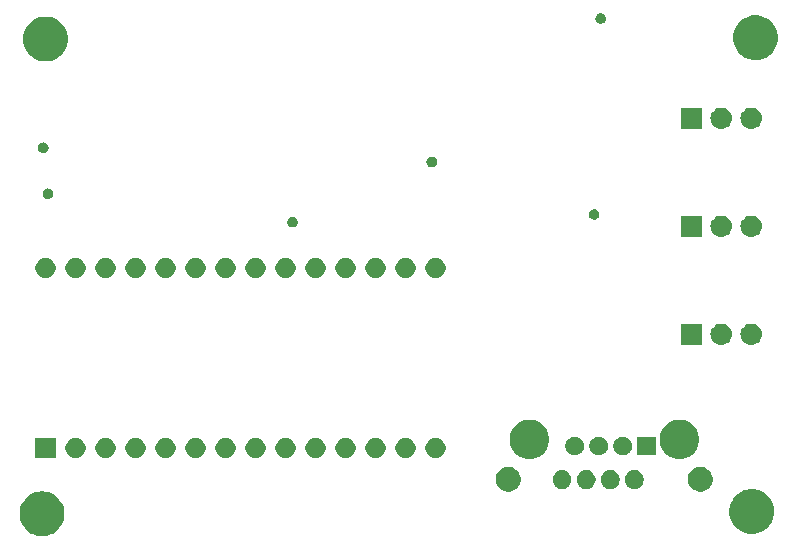
<source format=gbr>
G04 #@! TF.GenerationSoftware,KiCad,Pcbnew,(5.1.4-0-10_14)*
G04 #@! TF.CreationDate,2020-04-29T09:01:47-04:00*
G04 #@! TF.ProjectId,laser_flow,6c617365-725f-4666-9c6f-772e6b696361,rev?*
G04 #@! TF.SameCoordinates,Original*
G04 #@! TF.FileFunction,Soldermask,Bot*
G04 #@! TF.FilePolarity,Negative*
%FSLAX46Y46*%
G04 Gerber Fmt 4.6, Leading zero omitted, Abs format (unit mm)*
G04 Created by KiCad (PCBNEW (5.1.4-0-10_14)) date 2020-04-29 09:01:47*
%MOMM*%
%LPD*%
G04 APERTURE LIST*
%ADD10C,0.100000*%
G04 APERTURE END LIST*
D10*
G36*
X95269455Y-116515355D02*
G01*
X95554501Y-116572054D01*
X95900461Y-116715356D01*
X96211817Y-116923397D01*
X96476603Y-117188183D01*
X96684644Y-117499539D01*
X96827946Y-117845499D01*
X96861218Y-118012768D01*
X96901000Y-118212767D01*
X96901000Y-118587233D01*
X96867728Y-118754501D01*
X96827946Y-118954501D01*
X96684644Y-119300461D01*
X96476603Y-119611817D01*
X96211817Y-119876603D01*
X95900461Y-120084644D01*
X95900460Y-120084645D01*
X95900459Y-120084645D01*
X95799132Y-120126616D01*
X95554501Y-120227946D01*
X95370866Y-120264473D01*
X95187233Y-120301000D01*
X94812767Y-120301000D01*
X94629134Y-120264473D01*
X94445499Y-120227946D01*
X94200868Y-120126616D01*
X94099541Y-120084645D01*
X94099540Y-120084645D01*
X94099539Y-120084644D01*
X93788183Y-119876603D01*
X93523397Y-119611817D01*
X93315356Y-119300461D01*
X93172054Y-118954501D01*
X93132272Y-118754501D01*
X93099000Y-118587233D01*
X93099000Y-118212767D01*
X93138782Y-118012768D01*
X93172054Y-117845499D01*
X93315356Y-117499539D01*
X93523397Y-117188183D01*
X93788183Y-116923397D01*
X94099539Y-116715356D01*
X94445499Y-116572054D01*
X94730545Y-116515355D01*
X94812767Y-116499000D01*
X95187233Y-116499000D01*
X95269455Y-116515355D01*
X95269455Y-116515355D01*
G37*
G36*
X155654501Y-116372054D02*
G01*
X155738831Y-116406985D01*
X155960975Y-116499000D01*
X156000461Y-116515356D01*
X156311817Y-116723397D01*
X156576603Y-116988183D01*
X156710238Y-117188183D01*
X156784645Y-117299541D01*
X156927946Y-117645500D01*
X156967729Y-117845500D01*
X157001000Y-118012768D01*
X157001000Y-118387232D01*
X156927946Y-118754501D01*
X156784644Y-119100461D01*
X156576603Y-119411817D01*
X156311817Y-119676603D01*
X156000461Y-119884644D01*
X155654501Y-120027946D01*
X155287233Y-120101000D01*
X154912767Y-120101000D01*
X154545499Y-120027946D01*
X154199539Y-119884644D01*
X153888183Y-119676603D01*
X153623397Y-119411817D01*
X153415356Y-119100461D01*
X153272054Y-118754501D01*
X153199000Y-118387232D01*
X153199000Y-118012768D01*
X153232272Y-117845500D01*
X153272054Y-117645500D01*
X153415355Y-117299541D01*
X153489762Y-117188183D01*
X153623397Y-116988183D01*
X153888183Y-116723397D01*
X154199539Y-116515356D01*
X154239026Y-116499000D01*
X154461169Y-116406985D01*
X154545499Y-116372054D01*
X154912767Y-116299000D01*
X155287233Y-116299000D01*
X155654501Y-116372054D01*
X155654501Y-116372054D01*
G37*
G36*
X134787364Y-114464989D02*
G01*
X134978633Y-114544215D01*
X134978635Y-114544216D01*
X135150773Y-114659235D01*
X135297165Y-114805627D01*
X135412185Y-114977767D01*
X135491411Y-115169036D01*
X135531800Y-115372084D01*
X135531800Y-115579116D01*
X135491411Y-115782164D01*
X135451957Y-115877414D01*
X135412184Y-115973435D01*
X135297165Y-116145573D01*
X135150773Y-116291965D01*
X134978635Y-116406984D01*
X134978634Y-116406985D01*
X134978633Y-116406985D01*
X134787364Y-116486211D01*
X134584316Y-116526600D01*
X134377284Y-116526600D01*
X134174236Y-116486211D01*
X133982967Y-116406985D01*
X133982966Y-116406985D01*
X133982965Y-116406984D01*
X133810827Y-116291965D01*
X133664435Y-116145573D01*
X133549416Y-115973435D01*
X133509643Y-115877414D01*
X133470189Y-115782164D01*
X133429800Y-115579116D01*
X133429800Y-115372084D01*
X133470189Y-115169036D01*
X133549415Y-114977767D01*
X133664435Y-114805627D01*
X133810827Y-114659235D01*
X133982965Y-114544216D01*
X133982967Y-114544215D01*
X134174236Y-114464989D01*
X134377284Y-114424600D01*
X134584316Y-114424600D01*
X134787364Y-114464989D01*
X134787364Y-114464989D01*
G37*
G36*
X151047364Y-114464989D02*
G01*
X151238633Y-114544215D01*
X151238635Y-114544216D01*
X151410773Y-114659235D01*
X151557165Y-114805627D01*
X151672185Y-114977767D01*
X151751411Y-115169036D01*
X151791800Y-115372084D01*
X151791800Y-115579116D01*
X151751411Y-115782164D01*
X151711957Y-115877414D01*
X151672184Y-115973435D01*
X151557165Y-116145573D01*
X151410773Y-116291965D01*
X151238635Y-116406984D01*
X151238634Y-116406985D01*
X151238633Y-116406985D01*
X151047364Y-116486211D01*
X150844316Y-116526600D01*
X150637284Y-116526600D01*
X150434236Y-116486211D01*
X150242967Y-116406985D01*
X150242966Y-116406985D01*
X150242965Y-116406984D01*
X150070827Y-116291965D01*
X149924435Y-116145573D01*
X149809416Y-115973435D01*
X149769643Y-115877414D01*
X149730189Y-115782164D01*
X149689800Y-115579116D01*
X149689800Y-115372084D01*
X149730189Y-115169036D01*
X149809415Y-114977767D01*
X149924435Y-114805627D01*
X150070827Y-114659235D01*
X150242965Y-114544216D01*
X150242967Y-114544215D01*
X150434236Y-114464989D01*
X150637284Y-114424600D01*
X150844316Y-114424600D01*
X151047364Y-114464989D01*
X151047364Y-114464989D01*
G37*
G36*
X143336442Y-114727781D02*
G01*
X143482214Y-114788162D01*
X143482216Y-114788163D01*
X143613408Y-114875822D01*
X143724978Y-114987392D01*
X143812637Y-115118584D01*
X143812638Y-115118586D01*
X143873019Y-115264358D01*
X143903800Y-115419107D01*
X143903800Y-115576893D01*
X143873019Y-115731642D01*
X143812638Y-115877414D01*
X143812637Y-115877416D01*
X143724978Y-116008608D01*
X143613408Y-116120178D01*
X143482216Y-116207837D01*
X143482215Y-116207838D01*
X143482214Y-116207838D01*
X143336442Y-116268219D01*
X143181693Y-116299000D01*
X143023907Y-116299000D01*
X142869158Y-116268219D01*
X142723386Y-116207838D01*
X142723385Y-116207838D01*
X142723384Y-116207837D01*
X142592192Y-116120178D01*
X142480622Y-116008608D01*
X142392963Y-115877416D01*
X142392962Y-115877414D01*
X142332581Y-115731642D01*
X142301800Y-115576893D01*
X142301800Y-115419107D01*
X142332581Y-115264358D01*
X142392962Y-115118586D01*
X142392963Y-115118584D01*
X142480622Y-114987392D01*
X142592192Y-114875822D01*
X142723384Y-114788163D01*
X142723386Y-114788162D01*
X142869158Y-114727781D01*
X143023907Y-114697000D01*
X143181693Y-114697000D01*
X143336442Y-114727781D01*
X143336442Y-114727781D01*
G37*
G36*
X141296442Y-114727781D02*
G01*
X141442214Y-114788162D01*
X141442216Y-114788163D01*
X141573408Y-114875822D01*
X141684978Y-114987392D01*
X141772637Y-115118584D01*
X141772638Y-115118586D01*
X141833019Y-115264358D01*
X141863800Y-115419107D01*
X141863800Y-115576893D01*
X141833019Y-115731642D01*
X141772638Y-115877414D01*
X141772637Y-115877416D01*
X141684978Y-116008608D01*
X141573408Y-116120178D01*
X141442216Y-116207837D01*
X141442215Y-116207838D01*
X141442214Y-116207838D01*
X141296442Y-116268219D01*
X141141693Y-116299000D01*
X140983907Y-116299000D01*
X140829158Y-116268219D01*
X140683386Y-116207838D01*
X140683385Y-116207838D01*
X140683384Y-116207837D01*
X140552192Y-116120178D01*
X140440622Y-116008608D01*
X140352963Y-115877416D01*
X140352962Y-115877414D01*
X140292581Y-115731642D01*
X140261800Y-115576893D01*
X140261800Y-115419107D01*
X140292581Y-115264358D01*
X140352962Y-115118586D01*
X140352963Y-115118584D01*
X140440622Y-114987392D01*
X140552192Y-114875822D01*
X140683384Y-114788163D01*
X140683386Y-114788162D01*
X140829158Y-114727781D01*
X140983907Y-114697000D01*
X141141693Y-114697000D01*
X141296442Y-114727781D01*
X141296442Y-114727781D01*
G37*
G36*
X139256442Y-114727781D02*
G01*
X139402214Y-114788162D01*
X139402216Y-114788163D01*
X139533408Y-114875822D01*
X139644978Y-114987392D01*
X139732637Y-115118584D01*
X139732638Y-115118586D01*
X139793019Y-115264358D01*
X139823800Y-115419107D01*
X139823800Y-115576893D01*
X139793019Y-115731642D01*
X139732638Y-115877414D01*
X139732637Y-115877416D01*
X139644978Y-116008608D01*
X139533408Y-116120178D01*
X139402216Y-116207837D01*
X139402215Y-116207838D01*
X139402214Y-116207838D01*
X139256442Y-116268219D01*
X139101693Y-116299000D01*
X138943907Y-116299000D01*
X138789158Y-116268219D01*
X138643386Y-116207838D01*
X138643385Y-116207838D01*
X138643384Y-116207837D01*
X138512192Y-116120178D01*
X138400622Y-116008608D01*
X138312963Y-115877416D01*
X138312962Y-115877414D01*
X138252581Y-115731642D01*
X138221800Y-115576893D01*
X138221800Y-115419107D01*
X138252581Y-115264358D01*
X138312962Y-115118586D01*
X138312963Y-115118584D01*
X138400622Y-114987392D01*
X138512192Y-114875822D01*
X138643384Y-114788163D01*
X138643386Y-114788162D01*
X138789158Y-114727781D01*
X138943907Y-114697000D01*
X139101693Y-114697000D01*
X139256442Y-114727781D01*
X139256442Y-114727781D01*
G37*
G36*
X145376442Y-114727781D02*
G01*
X145522214Y-114788162D01*
X145522216Y-114788163D01*
X145653408Y-114875822D01*
X145764978Y-114987392D01*
X145852637Y-115118584D01*
X145852638Y-115118586D01*
X145913019Y-115264358D01*
X145943800Y-115419107D01*
X145943800Y-115576893D01*
X145913019Y-115731642D01*
X145852638Y-115877414D01*
X145852637Y-115877416D01*
X145764978Y-116008608D01*
X145653408Y-116120178D01*
X145522216Y-116207837D01*
X145522215Y-116207838D01*
X145522214Y-116207838D01*
X145376442Y-116268219D01*
X145221693Y-116299000D01*
X145063907Y-116299000D01*
X144909158Y-116268219D01*
X144763386Y-116207838D01*
X144763385Y-116207838D01*
X144763384Y-116207837D01*
X144632192Y-116120178D01*
X144520622Y-116008608D01*
X144432963Y-115877416D01*
X144432962Y-115877414D01*
X144372581Y-115731642D01*
X144341800Y-115576893D01*
X144341800Y-115419107D01*
X144372581Y-115264358D01*
X144432962Y-115118586D01*
X144432963Y-115118584D01*
X144520622Y-114987392D01*
X144632192Y-114875822D01*
X144763384Y-114788163D01*
X144763386Y-114788162D01*
X144909158Y-114727781D01*
X145063907Y-114697000D01*
X145221693Y-114697000D01*
X145376442Y-114727781D01*
X145376442Y-114727781D01*
G37*
G36*
X149287771Y-110452604D02*
G01*
X149449671Y-110484808D01*
X149754683Y-110611148D01*
X150029187Y-110794566D01*
X150262634Y-111028013D01*
X150446052Y-111302517D01*
X150572392Y-111607529D01*
X150636800Y-111931328D01*
X150636800Y-112261472D01*
X150572392Y-112585271D01*
X150446052Y-112890283D01*
X150262634Y-113164787D01*
X150029187Y-113398234D01*
X149754683Y-113581652D01*
X149449671Y-113707992D01*
X149287771Y-113740196D01*
X149125873Y-113772400D01*
X148795727Y-113772400D01*
X148633829Y-113740196D01*
X148471929Y-113707992D01*
X148166917Y-113581652D01*
X147892413Y-113398234D01*
X147658966Y-113164787D01*
X147475548Y-112890283D01*
X147349208Y-112585271D01*
X147284800Y-112261472D01*
X147284800Y-111931328D01*
X147349208Y-111607529D01*
X147475548Y-111302517D01*
X147658966Y-111028013D01*
X147892413Y-110794566D01*
X148166917Y-110611148D01*
X148471929Y-110484808D01*
X148633829Y-110452604D01*
X148795727Y-110420400D01*
X149125873Y-110420400D01*
X149287771Y-110452604D01*
X149287771Y-110452604D01*
G37*
G36*
X136587771Y-110452604D02*
G01*
X136749671Y-110484808D01*
X137054683Y-110611148D01*
X137329187Y-110794566D01*
X137562634Y-111028013D01*
X137746052Y-111302517D01*
X137872392Y-111607529D01*
X137936800Y-111931328D01*
X137936800Y-112261472D01*
X137872392Y-112585271D01*
X137746052Y-112890283D01*
X137562634Y-113164787D01*
X137329187Y-113398234D01*
X137054683Y-113581652D01*
X136749671Y-113707992D01*
X136587771Y-113740196D01*
X136425873Y-113772400D01*
X136095727Y-113772400D01*
X135933829Y-113740196D01*
X135771929Y-113707992D01*
X135466917Y-113581652D01*
X135192413Y-113398234D01*
X134958966Y-113164787D01*
X134775548Y-112890283D01*
X134649208Y-112585271D01*
X134584800Y-112261472D01*
X134584800Y-111931328D01*
X134649208Y-111607529D01*
X134775548Y-111302517D01*
X134958966Y-111028013D01*
X135192413Y-110794566D01*
X135466917Y-110611148D01*
X135771929Y-110484808D01*
X135933829Y-110452604D01*
X136095727Y-110420400D01*
X136425873Y-110420400D01*
X136587771Y-110452604D01*
X136587771Y-110452604D01*
G37*
G36*
X103158228Y-112001703D02*
G01*
X103313100Y-112065853D01*
X103452481Y-112158985D01*
X103571015Y-112277519D01*
X103664147Y-112416900D01*
X103728297Y-112571772D01*
X103761000Y-112736184D01*
X103761000Y-112903816D01*
X103728297Y-113068228D01*
X103664147Y-113223100D01*
X103571015Y-113362481D01*
X103452481Y-113481015D01*
X103313100Y-113574147D01*
X103158228Y-113638297D01*
X102993816Y-113671000D01*
X102826184Y-113671000D01*
X102661772Y-113638297D01*
X102506900Y-113574147D01*
X102367519Y-113481015D01*
X102248985Y-113362481D01*
X102155853Y-113223100D01*
X102091703Y-113068228D01*
X102059000Y-112903816D01*
X102059000Y-112736184D01*
X102091703Y-112571772D01*
X102155853Y-112416900D01*
X102248985Y-112277519D01*
X102367519Y-112158985D01*
X102506900Y-112065853D01*
X102661772Y-112001703D01*
X102826184Y-111969000D01*
X102993816Y-111969000D01*
X103158228Y-112001703D01*
X103158228Y-112001703D01*
G37*
G36*
X100618228Y-112001703D02*
G01*
X100773100Y-112065853D01*
X100912481Y-112158985D01*
X101031015Y-112277519D01*
X101124147Y-112416900D01*
X101188297Y-112571772D01*
X101221000Y-112736184D01*
X101221000Y-112903816D01*
X101188297Y-113068228D01*
X101124147Y-113223100D01*
X101031015Y-113362481D01*
X100912481Y-113481015D01*
X100773100Y-113574147D01*
X100618228Y-113638297D01*
X100453816Y-113671000D01*
X100286184Y-113671000D01*
X100121772Y-113638297D01*
X99966900Y-113574147D01*
X99827519Y-113481015D01*
X99708985Y-113362481D01*
X99615853Y-113223100D01*
X99551703Y-113068228D01*
X99519000Y-112903816D01*
X99519000Y-112736184D01*
X99551703Y-112571772D01*
X99615853Y-112416900D01*
X99708985Y-112277519D01*
X99827519Y-112158985D01*
X99966900Y-112065853D01*
X100121772Y-112001703D01*
X100286184Y-111969000D01*
X100453816Y-111969000D01*
X100618228Y-112001703D01*
X100618228Y-112001703D01*
G37*
G36*
X98078228Y-112001703D02*
G01*
X98233100Y-112065853D01*
X98372481Y-112158985D01*
X98491015Y-112277519D01*
X98584147Y-112416900D01*
X98648297Y-112571772D01*
X98681000Y-112736184D01*
X98681000Y-112903816D01*
X98648297Y-113068228D01*
X98584147Y-113223100D01*
X98491015Y-113362481D01*
X98372481Y-113481015D01*
X98233100Y-113574147D01*
X98078228Y-113638297D01*
X97913816Y-113671000D01*
X97746184Y-113671000D01*
X97581772Y-113638297D01*
X97426900Y-113574147D01*
X97287519Y-113481015D01*
X97168985Y-113362481D01*
X97075853Y-113223100D01*
X97011703Y-113068228D01*
X96979000Y-112903816D01*
X96979000Y-112736184D01*
X97011703Y-112571772D01*
X97075853Y-112416900D01*
X97168985Y-112277519D01*
X97287519Y-112158985D01*
X97426900Y-112065853D01*
X97581772Y-112001703D01*
X97746184Y-111969000D01*
X97913816Y-111969000D01*
X98078228Y-112001703D01*
X98078228Y-112001703D01*
G37*
G36*
X96141000Y-113671000D02*
G01*
X94439000Y-113671000D01*
X94439000Y-111969000D01*
X96141000Y-111969000D01*
X96141000Y-113671000D01*
X96141000Y-113671000D01*
G37*
G36*
X105698228Y-112001703D02*
G01*
X105853100Y-112065853D01*
X105992481Y-112158985D01*
X106111015Y-112277519D01*
X106204147Y-112416900D01*
X106268297Y-112571772D01*
X106301000Y-112736184D01*
X106301000Y-112903816D01*
X106268297Y-113068228D01*
X106204147Y-113223100D01*
X106111015Y-113362481D01*
X105992481Y-113481015D01*
X105853100Y-113574147D01*
X105698228Y-113638297D01*
X105533816Y-113671000D01*
X105366184Y-113671000D01*
X105201772Y-113638297D01*
X105046900Y-113574147D01*
X104907519Y-113481015D01*
X104788985Y-113362481D01*
X104695853Y-113223100D01*
X104631703Y-113068228D01*
X104599000Y-112903816D01*
X104599000Y-112736184D01*
X104631703Y-112571772D01*
X104695853Y-112416900D01*
X104788985Y-112277519D01*
X104907519Y-112158985D01*
X105046900Y-112065853D01*
X105201772Y-112001703D01*
X105366184Y-111969000D01*
X105533816Y-111969000D01*
X105698228Y-112001703D01*
X105698228Y-112001703D01*
G37*
G36*
X108238228Y-112001703D02*
G01*
X108393100Y-112065853D01*
X108532481Y-112158985D01*
X108651015Y-112277519D01*
X108744147Y-112416900D01*
X108808297Y-112571772D01*
X108841000Y-112736184D01*
X108841000Y-112903816D01*
X108808297Y-113068228D01*
X108744147Y-113223100D01*
X108651015Y-113362481D01*
X108532481Y-113481015D01*
X108393100Y-113574147D01*
X108238228Y-113638297D01*
X108073816Y-113671000D01*
X107906184Y-113671000D01*
X107741772Y-113638297D01*
X107586900Y-113574147D01*
X107447519Y-113481015D01*
X107328985Y-113362481D01*
X107235853Y-113223100D01*
X107171703Y-113068228D01*
X107139000Y-112903816D01*
X107139000Y-112736184D01*
X107171703Y-112571772D01*
X107235853Y-112416900D01*
X107328985Y-112277519D01*
X107447519Y-112158985D01*
X107586900Y-112065853D01*
X107741772Y-112001703D01*
X107906184Y-111969000D01*
X108073816Y-111969000D01*
X108238228Y-112001703D01*
X108238228Y-112001703D01*
G37*
G36*
X110778228Y-112001703D02*
G01*
X110933100Y-112065853D01*
X111072481Y-112158985D01*
X111191015Y-112277519D01*
X111284147Y-112416900D01*
X111348297Y-112571772D01*
X111381000Y-112736184D01*
X111381000Y-112903816D01*
X111348297Y-113068228D01*
X111284147Y-113223100D01*
X111191015Y-113362481D01*
X111072481Y-113481015D01*
X110933100Y-113574147D01*
X110778228Y-113638297D01*
X110613816Y-113671000D01*
X110446184Y-113671000D01*
X110281772Y-113638297D01*
X110126900Y-113574147D01*
X109987519Y-113481015D01*
X109868985Y-113362481D01*
X109775853Y-113223100D01*
X109711703Y-113068228D01*
X109679000Y-112903816D01*
X109679000Y-112736184D01*
X109711703Y-112571772D01*
X109775853Y-112416900D01*
X109868985Y-112277519D01*
X109987519Y-112158985D01*
X110126900Y-112065853D01*
X110281772Y-112001703D01*
X110446184Y-111969000D01*
X110613816Y-111969000D01*
X110778228Y-112001703D01*
X110778228Y-112001703D01*
G37*
G36*
X113318228Y-112001703D02*
G01*
X113473100Y-112065853D01*
X113612481Y-112158985D01*
X113731015Y-112277519D01*
X113824147Y-112416900D01*
X113888297Y-112571772D01*
X113921000Y-112736184D01*
X113921000Y-112903816D01*
X113888297Y-113068228D01*
X113824147Y-113223100D01*
X113731015Y-113362481D01*
X113612481Y-113481015D01*
X113473100Y-113574147D01*
X113318228Y-113638297D01*
X113153816Y-113671000D01*
X112986184Y-113671000D01*
X112821772Y-113638297D01*
X112666900Y-113574147D01*
X112527519Y-113481015D01*
X112408985Y-113362481D01*
X112315853Y-113223100D01*
X112251703Y-113068228D01*
X112219000Y-112903816D01*
X112219000Y-112736184D01*
X112251703Y-112571772D01*
X112315853Y-112416900D01*
X112408985Y-112277519D01*
X112527519Y-112158985D01*
X112666900Y-112065853D01*
X112821772Y-112001703D01*
X112986184Y-111969000D01*
X113153816Y-111969000D01*
X113318228Y-112001703D01*
X113318228Y-112001703D01*
G37*
G36*
X115858228Y-112001703D02*
G01*
X116013100Y-112065853D01*
X116152481Y-112158985D01*
X116271015Y-112277519D01*
X116364147Y-112416900D01*
X116428297Y-112571772D01*
X116461000Y-112736184D01*
X116461000Y-112903816D01*
X116428297Y-113068228D01*
X116364147Y-113223100D01*
X116271015Y-113362481D01*
X116152481Y-113481015D01*
X116013100Y-113574147D01*
X115858228Y-113638297D01*
X115693816Y-113671000D01*
X115526184Y-113671000D01*
X115361772Y-113638297D01*
X115206900Y-113574147D01*
X115067519Y-113481015D01*
X114948985Y-113362481D01*
X114855853Y-113223100D01*
X114791703Y-113068228D01*
X114759000Y-112903816D01*
X114759000Y-112736184D01*
X114791703Y-112571772D01*
X114855853Y-112416900D01*
X114948985Y-112277519D01*
X115067519Y-112158985D01*
X115206900Y-112065853D01*
X115361772Y-112001703D01*
X115526184Y-111969000D01*
X115693816Y-111969000D01*
X115858228Y-112001703D01*
X115858228Y-112001703D01*
G37*
G36*
X118398228Y-112001703D02*
G01*
X118553100Y-112065853D01*
X118692481Y-112158985D01*
X118811015Y-112277519D01*
X118904147Y-112416900D01*
X118968297Y-112571772D01*
X119001000Y-112736184D01*
X119001000Y-112903816D01*
X118968297Y-113068228D01*
X118904147Y-113223100D01*
X118811015Y-113362481D01*
X118692481Y-113481015D01*
X118553100Y-113574147D01*
X118398228Y-113638297D01*
X118233816Y-113671000D01*
X118066184Y-113671000D01*
X117901772Y-113638297D01*
X117746900Y-113574147D01*
X117607519Y-113481015D01*
X117488985Y-113362481D01*
X117395853Y-113223100D01*
X117331703Y-113068228D01*
X117299000Y-112903816D01*
X117299000Y-112736184D01*
X117331703Y-112571772D01*
X117395853Y-112416900D01*
X117488985Y-112277519D01*
X117607519Y-112158985D01*
X117746900Y-112065853D01*
X117901772Y-112001703D01*
X118066184Y-111969000D01*
X118233816Y-111969000D01*
X118398228Y-112001703D01*
X118398228Y-112001703D01*
G37*
G36*
X120938228Y-112001703D02*
G01*
X121093100Y-112065853D01*
X121232481Y-112158985D01*
X121351015Y-112277519D01*
X121444147Y-112416900D01*
X121508297Y-112571772D01*
X121541000Y-112736184D01*
X121541000Y-112903816D01*
X121508297Y-113068228D01*
X121444147Y-113223100D01*
X121351015Y-113362481D01*
X121232481Y-113481015D01*
X121093100Y-113574147D01*
X120938228Y-113638297D01*
X120773816Y-113671000D01*
X120606184Y-113671000D01*
X120441772Y-113638297D01*
X120286900Y-113574147D01*
X120147519Y-113481015D01*
X120028985Y-113362481D01*
X119935853Y-113223100D01*
X119871703Y-113068228D01*
X119839000Y-112903816D01*
X119839000Y-112736184D01*
X119871703Y-112571772D01*
X119935853Y-112416900D01*
X120028985Y-112277519D01*
X120147519Y-112158985D01*
X120286900Y-112065853D01*
X120441772Y-112001703D01*
X120606184Y-111969000D01*
X120773816Y-111969000D01*
X120938228Y-112001703D01*
X120938228Y-112001703D01*
G37*
G36*
X123478228Y-112001703D02*
G01*
X123633100Y-112065853D01*
X123772481Y-112158985D01*
X123891015Y-112277519D01*
X123984147Y-112416900D01*
X124048297Y-112571772D01*
X124081000Y-112736184D01*
X124081000Y-112903816D01*
X124048297Y-113068228D01*
X123984147Y-113223100D01*
X123891015Y-113362481D01*
X123772481Y-113481015D01*
X123633100Y-113574147D01*
X123478228Y-113638297D01*
X123313816Y-113671000D01*
X123146184Y-113671000D01*
X122981772Y-113638297D01*
X122826900Y-113574147D01*
X122687519Y-113481015D01*
X122568985Y-113362481D01*
X122475853Y-113223100D01*
X122411703Y-113068228D01*
X122379000Y-112903816D01*
X122379000Y-112736184D01*
X122411703Y-112571772D01*
X122475853Y-112416900D01*
X122568985Y-112277519D01*
X122687519Y-112158985D01*
X122826900Y-112065853D01*
X122981772Y-112001703D01*
X123146184Y-111969000D01*
X123313816Y-111969000D01*
X123478228Y-112001703D01*
X123478228Y-112001703D01*
G37*
G36*
X126018228Y-112001703D02*
G01*
X126173100Y-112065853D01*
X126312481Y-112158985D01*
X126431015Y-112277519D01*
X126524147Y-112416900D01*
X126588297Y-112571772D01*
X126621000Y-112736184D01*
X126621000Y-112903816D01*
X126588297Y-113068228D01*
X126524147Y-113223100D01*
X126431015Y-113362481D01*
X126312481Y-113481015D01*
X126173100Y-113574147D01*
X126018228Y-113638297D01*
X125853816Y-113671000D01*
X125686184Y-113671000D01*
X125521772Y-113638297D01*
X125366900Y-113574147D01*
X125227519Y-113481015D01*
X125108985Y-113362481D01*
X125015853Y-113223100D01*
X124951703Y-113068228D01*
X124919000Y-112903816D01*
X124919000Y-112736184D01*
X124951703Y-112571772D01*
X125015853Y-112416900D01*
X125108985Y-112277519D01*
X125227519Y-112158985D01*
X125366900Y-112065853D01*
X125521772Y-112001703D01*
X125686184Y-111969000D01*
X125853816Y-111969000D01*
X126018228Y-112001703D01*
X126018228Y-112001703D01*
G37*
G36*
X128558228Y-112001703D02*
G01*
X128713100Y-112065853D01*
X128852481Y-112158985D01*
X128971015Y-112277519D01*
X129064147Y-112416900D01*
X129128297Y-112571772D01*
X129161000Y-112736184D01*
X129161000Y-112903816D01*
X129128297Y-113068228D01*
X129064147Y-113223100D01*
X128971015Y-113362481D01*
X128852481Y-113481015D01*
X128713100Y-113574147D01*
X128558228Y-113638297D01*
X128393816Y-113671000D01*
X128226184Y-113671000D01*
X128061772Y-113638297D01*
X127906900Y-113574147D01*
X127767519Y-113481015D01*
X127648985Y-113362481D01*
X127555853Y-113223100D01*
X127491703Y-113068228D01*
X127459000Y-112903816D01*
X127459000Y-112736184D01*
X127491703Y-112571772D01*
X127555853Y-112416900D01*
X127648985Y-112277519D01*
X127767519Y-112158985D01*
X127906900Y-112065853D01*
X128061772Y-112001703D01*
X128226184Y-111969000D01*
X128393816Y-111969000D01*
X128558228Y-112001703D01*
X128558228Y-112001703D01*
G37*
G36*
X140327242Y-111884981D02*
G01*
X140473014Y-111945362D01*
X140473016Y-111945363D01*
X140604208Y-112033022D01*
X140715778Y-112144592D01*
X140803437Y-112275784D01*
X140803438Y-112275786D01*
X140863819Y-112421558D01*
X140894600Y-112576307D01*
X140894600Y-112734093D01*
X140863819Y-112888842D01*
X140803438Y-113034614D01*
X140803437Y-113034616D01*
X140715778Y-113165808D01*
X140604208Y-113277378D01*
X140473016Y-113365037D01*
X140473015Y-113365038D01*
X140473014Y-113365038D01*
X140327242Y-113425419D01*
X140172493Y-113456200D01*
X140014707Y-113456200D01*
X139859958Y-113425419D01*
X139714186Y-113365038D01*
X139714185Y-113365038D01*
X139714184Y-113365037D01*
X139582992Y-113277378D01*
X139471422Y-113165808D01*
X139383763Y-113034616D01*
X139383762Y-113034614D01*
X139323381Y-112888842D01*
X139292600Y-112734093D01*
X139292600Y-112576307D01*
X139323381Y-112421558D01*
X139383762Y-112275786D01*
X139383763Y-112275784D01*
X139471422Y-112144592D01*
X139582992Y-112033022D01*
X139714184Y-111945363D01*
X139714186Y-111945362D01*
X139859958Y-111884981D01*
X140014707Y-111854200D01*
X140172493Y-111854200D01*
X140327242Y-111884981D01*
X140327242Y-111884981D01*
G37*
G36*
X147014600Y-113456200D02*
G01*
X145412600Y-113456200D01*
X145412600Y-111854200D01*
X147014600Y-111854200D01*
X147014600Y-113456200D01*
X147014600Y-113456200D01*
G37*
G36*
X144407242Y-111884981D02*
G01*
X144553014Y-111945362D01*
X144553016Y-111945363D01*
X144684208Y-112033022D01*
X144795778Y-112144592D01*
X144883437Y-112275784D01*
X144883438Y-112275786D01*
X144943819Y-112421558D01*
X144974600Y-112576307D01*
X144974600Y-112734093D01*
X144943819Y-112888842D01*
X144883438Y-113034614D01*
X144883437Y-113034616D01*
X144795778Y-113165808D01*
X144684208Y-113277378D01*
X144553016Y-113365037D01*
X144553015Y-113365038D01*
X144553014Y-113365038D01*
X144407242Y-113425419D01*
X144252493Y-113456200D01*
X144094707Y-113456200D01*
X143939958Y-113425419D01*
X143794186Y-113365038D01*
X143794185Y-113365038D01*
X143794184Y-113365037D01*
X143662992Y-113277378D01*
X143551422Y-113165808D01*
X143463763Y-113034616D01*
X143463762Y-113034614D01*
X143403381Y-112888842D01*
X143372600Y-112734093D01*
X143372600Y-112576307D01*
X143403381Y-112421558D01*
X143463762Y-112275786D01*
X143463763Y-112275784D01*
X143551422Y-112144592D01*
X143662992Y-112033022D01*
X143794184Y-111945363D01*
X143794186Y-111945362D01*
X143939958Y-111884981D01*
X144094707Y-111854200D01*
X144252493Y-111854200D01*
X144407242Y-111884981D01*
X144407242Y-111884981D01*
G37*
G36*
X142367242Y-111884981D02*
G01*
X142513014Y-111945362D01*
X142513016Y-111945363D01*
X142644208Y-112033022D01*
X142755778Y-112144592D01*
X142843437Y-112275784D01*
X142843438Y-112275786D01*
X142903819Y-112421558D01*
X142934600Y-112576307D01*
X142934600Y-112734093D01*
X142903819Y-112888842D01*
X142843438Y-113034614D01*
X142843437Y-113034616D01*
X142755778Y-113165808D01*
X142644208Y-113277378D01*
X142513016Y-113365037D01*
X142513015Y-113365038D01*
X142513014Y-113365038D01*
X142367242Y-113425419D01*
X142212493Y-113456200D01*
X142054707Y-113456200D01*
X141899958Y-113425419D01*
X141754186Y-113365038D01*
X141754185Y-113365038D01*
X141754184Y-113365037D01*
X141622992Y-113277378D01*
X141511422Y-113165808D01*
X141423763Y-113034616D01*
X141423762Y-113034614D01*
X141363381Y-112888842D01*
X141332600Y-112734093D01*
X141332600Y-112576307D01*
X141363381Y-112421558D01*
X141423762Y-112275786D01*
X141423763Y-112275784D01*
X141511422Y-112144592D01*
X141622992Y-112033022D01*
X141754184Y-111945363D01*
X141754186Y-111945362D01*
X141899958Y-111884981D01*
X142054707Y-111854200D01*
X142212493Y-111854200D01*
X142367242Y-111884981D01*
X142367242Y-111884981D01*
G37*
G36*
X150861000Y-104101000D02*
G01*
X149059000Y-104101000D01*
X149059000Y-102299000D01*
X150861000Y-102299000D01*
X150861000Y-104101000D01*
X150861000Y-104101000D01*
G37*
G36*
X155150442Y-102305518D02*
G01*
X155216627Y-102312037D01*
X155386466Y-102363557D01*
X155542991Y-102447222D01*
X155578729Y-102476552D01*
X155680186Y-102559814D01*
X155763448Y-102661271D01*
X155792778Y-102697009D01*
X155876443Y-102853534D01*
X155927963Y-103023373D01*
X155945359Y-103200000D01*
X155927963Y-103376627D01*
X155876443Y-103546466D01*
X155792778Y-103702991D01*
X155763448Y-103738729D01*
X155680186Y-103840186D01*
X155578729Y-103923448D01*
X155542991Y-103952778D01*
X155386466Y-104036443D01*
X155216627Y-104087963D01*
X155150442Y-104094482D01*
X155084260Y-104101000D01*
X154995740Y-104101000D01*
X154929557Y-104094481D01*
X154863373Y-104087963D01*
X154693534Y-104036443D01*
X154537009Y-103952778D01*
X154501271Y-103923448D01*
X154399814Y-103840186D01*
X154316552Y-103738729D01*
X154287222Y-103702991D01*
X154203557Y-103546466D01*
X154152037Y-103376627D01*
X154134641Y-103200000D01*
X154152037Y-103023373D01*
X154203557Y-102853534D01*
X154287222Y-102697009D01*
X154316552Y-102661271D01*
X154399814Y-102559814D01*
X154501271Y-102476552D01*
X154537009Y-102447222D01*
X154693534Y-102363557D01*
X154863373Y-102312037D01*
X154929558Y-102305518D01*
X154995740Y-102299000D01*
X155084260Y-102299000D01*
X155150442Y-102305518D01*
X155150442Y-102305518D01*
G37*
G36*
X152610442Y-102305518D02*
G01*
X152676627Y-102312037D01*
X152846466Y-102363557D01*
X153002991Y-102447222D01*
X153038729Y-102476552D01*
X153140186Y-102559814D01*
X153223448Y-102661271D01*
X153252778Y-102697009D01*
X153336443Y-102853534D01*
X153387963Y-103023373D01*
X153405359Y-103200000D01*
X153387963Y-103376627D01*
X153336443Y-103546466D01*
X153252778Y-103702991D01*
X153223448Y-103738729D01*
X153140186Y-103840186D01*
X153038729Y-103923448D01*
X153002991Y-103952778D01*
X152846466Y-104036443D01*
X152676627Y-104087963D01*
X152610442Y-104094482D01*
X152544260Y-104101000D01*
X152455740Y-104101000D01*
X152389557Y-104094481D01*
X152323373Y-104087963D01*
X152153534Y-104036443D01*
X151997009Y-103952778D01*
X151961271Y-103923448D01*
X151859814Y-103840186D01*
X151776552Y-103738729D01*
X151747222Y-103702991D01*
X151663557Y-103546466D01*
X151612037Y-103376627D01*
X151594641Y-103200000D01*
X151612037Y-103023373D01*
X151663557Y-102853534D01*
X151747222Y-102697009D01*
X151776552Y-102661271D01*
X151859814Y-102559814D01*
X151961271Y-102476552D01*
X151997009Y-102447222D01*
X152153534Y-102363557D01*
X152323373Y-102312037D01*
X152389558Y-102305518D01*
X152455740Y-102299000D01*
X152544260Y-102299000D01*
X152610442Y-102305518D01*
X152610442Y-102305518D01*
G37*
G36*
X95538228Y-96761703D02*
G01*
X95693100Y-96825853D01*
X95832481Y-96918985D01*
X95951015Y-97037519D01*
X96044147Y-97176900D01*
X96108297Y-97331772D01*
X96141000Y-97496184D01*
X96141000Y-97663816D01*
X96108297Y-97828228D01*
X96044147Y-97983100D01*
X95951015Y-98122481D01*
X95832481Y-98241015D01*
X95693100Y-98334147D01*
X95538228Y-98398297D01*
X95373816Y-98431000D01*
X95206184Y-98431000D01*
X95041772Y-98398297D01*
X94886900Y-98334147D01*
X94747519Y-98241015D01*
X94628985Y-98122481D01*
X94535853Y-97983100D01*
X94471703Y-97828228D01*
X94439000Y-97663816D01*
X94439000Y-97496184D01*
X94471703Y-97331772D01*
X94535853Y-97176900D01*
X94628985Y-97037519D01*
X94747519Y-96918985D01*
X94886900Y-96825853D01*
X95041772Y-96761703D01*
X95206184Y-96729000D01*
X95373816Y-96729000D01*
X95538228Y-96761703D01*
X95538228Y-96761703D01*
G37*
G36*
X98078228Y-96761703D02*
G01*
X98233100Y-96825853D01*
X98372481Y-96918985D01*
X98491015Y-97037519D01*
X98584147Y-97176900D01*
X98648297Y-97331772D01*
X98681000Y-97496184D01*
X98681000Y-97663816D01*
X98648297Y-97828228D01*
X98584147Y-97983100D01*
X98491015Y-98122481D01*
X98372481Y-98241015D01*
X98233100Y-98334147D01*
X98078228Y-98398297D01*
X97913816Y-98431000D01*
X97746184Y-98431000D01*
X97581772Y-98398297D01*
X97426900Y-98334147D01*
X97287519Y-98241015D01*
X97168985Y-98122481D01*
X97075853Y-97983100D01*
X97011703Y-97828228D01*
X96979000Y-97663816D01*
X96979000Y-97496184D01*
X97011703Y-97331772D01*
X97075853Y-97176900D01*
X97168985Y-97037519D01*
X97287519Y-96918985D01*
X97426900Y-96825853D01*
X97581772Y-96761703D01*
X97746184Y-96729000D01*
X97913816Y-96729000D01*
X98078228Y-96761703D01*
X98078228Y-96761703D01*
G37*
G36*
X100618228Y-96761703D02*
G01*
X100773100Y-96825853D01*
X100912481Y-96918985D01*
X101031015Y-97037519D01*
X101124147Y-97176900D01*
X101188297Y-97331772D01*
X101221000Y-97496184D01*
X101221000Y-97663816D01*
X101188297Y-97828228D01*
X101124147Y-97983100D01*
X101031015Y-98122481D01*
X100912481Y-98241015D01*
X100773100Y-98334147D01*
X100618228Y-98398297D01*
X100453816Y-98431000D01*
X100286184Y-98431000D01*
X100121772Y-98398297D01*
X99966900Y-98334147D01*
X99827519Y-98241015D01*
X99708985Y-98122481D01*
X99615853Y-97983100D01*
X99551703Y-97828228D01*
X99519000Y-97663816D01*
X99519000Y-97496184D01*
X99551703Y-97331772D01*
X99615853Y-97176900D01*
X99708985Y-97037519D01*
X99827519Y-96918985D01*
X99966900Y-96825853D01*
X100121772Y-96761703D01*
X100286184Y-96729000D01*
X100453816Y-96729000D01*
X100618228Y-96761703D01*
X100618228Y-96761703D01*
G37*
G36*
X103158228Y-96761703D02*
G01*
X103313100Y-96825853D01*
X103452481Y-96918985D01*
X103571015Y-97037519D01*
X103664147Y-97176900D01*
X103728297Y-97331772D01*
X103761000Y-97496184D01*
X103761000Y-97663816D01*
X103728297Y-97828228D01*
X103664147Y-97983100D01*
X103571015Y-98122481D01*
X103452481Y-98241015D01*
X103313100Y-98334147D01*
X103158228Y-98398297D01*
X102993816Y-98431000D01*
X102826184Y-98431000D01*
X102661772Y-98398297D01*
X102506900Y-98334147D01*
X102367519Y-98241015D01*
X102248985Y-98122481D01*
X102155853Y-97983100D01*
X102091703Y-97828228D01*
X102059000Y-97663816D01*
X102059000Y-97496184D01*
X102091703Y-97331772D01*
X102155853Y-97176900D01*
X102248985Y-97037519D01*
X102367519Y-96918985D01*
X102506900Y-96825853D01*
X102661772Y-96761703D01*
X102826184Y-96729000D01*
X102993816Y-96729000D01*
X103158228Y-96761703D01*
X103158228Y-96761703D01*
G37*
G36*
X105698228Y-96761703D02*
G01*
X105853100Y-96825853D01*
X105992481Y-96918985D01*
X106111015Y-97037519D01*
X106204147Y-97176900D01*
X106268297Y-97331772D01*
X106301000Y-97496184D01*
X106301000Y-97663816D01*
X106268297Y-97828228D01*
X106204147Y-97983100D01*
X106111015Y-98122481D01*
X105992481Y-98241015D01*
X105853100Y-98334147D01*
X105698228Y-98398297D01*
X105533816Y-98431000D01*
X105366184Y-98431000D01*
X105201772Y-98398297D01*
X105046900Y-98334147D01*
X104907519Y-98241015D01*
X104788985Y-98122481D01*
X104695853Y-97983100D01*
X104631703Y-97828228D01*
X104599000Y-97663816D01*
X104599000Y-97496184D01*
X104631703Y-97331772D01*
X104695853Y-97176900D01*
X104788985Y-97037519D01*
X104907519Y-96918985D01*
X105046900Y-96825853D01*
X105201772Y-96761703D01*
X105366184Y-96729000D01*
X105533816Y-96729000D01*
X105698228Y-96761703D01*
X105698228Y-96761703D01*
G37*
G36*
X123478228Y-96761703D02*
G01*
X123633100Y-96825853D01*
X123772481Y-96918985D01*
X123891015Y-97037519D01*
X123984147Y-97176900D01*
X124048297Y-97331772D01*
X124081000Y-97496184D01*
X124081000Y-97663816D01*
X124048297Y-97828228D01*
X123984147Y-97983100D01*
X123891015Y-98122481D01*
X123772481Y-98241015D01*
X123633100Y-98334147D01*
X123478228Y-98398297D01*
X123313816Y-98431000D01*
X123146184Y-98431000D01*
X122981772Y-98398297D01*
X122826900Y-98334147D01*
X122687519Y-98241015D01*
X122568985Y-98122481D01*
X122475853Y-97983100D01*
X122411703Y-97828228D01*
X122379000Y-97663816D01*
X122379000Y-97496184D01*
X122411703Y-97331772D01*
X122475853Y-97176900D01*
X122568985Y-97037519D01*
X122687519Y-96918985D01*
X122826900Y-96825853D01*
X122981772Y-96761703D01*
X123146184Y-96729000D01*
X123313816Y-96729000D01*
X123478228Y-96761703D01*
X123478228Y-96761703D01*
G37*
G36*
X108238228Y-96761703D02*
G01*
X108393100Y-96825853D01*
X108532481Y-96918985D01*
X108651015Y-97037519D01*
X108744147Y-97176900D01*
X108808297Y-97331772D01*
X108841000Y-97496184D01*
X108841000Y-97663816D01*
X108808297Y-97828228D01*
X108744147Y-97983100D01*
X108651015Y-98122481D01*
X108532481Y-98241015D01*
X108393100Y-98334147D01*
X108238228Y-98398297D01*
X108073816Y-98431000D01*
X107906184Y-98431000D01*
X107741772Y-98398297D01*
X107586900Y-98334147D01*
X107447519Y-98241015D01*
X107328985Y-98122481D01*
X107235853Y-97983100D01*
X107171703Y-97828228D01*
X107139000Y-97663816D01*
X107139000Y-97496184D01*
X107171703Y-97331772D01*
X107235853Y-97176900D01*
X107328985Y-97037519D01*
X107447519Y-96918985D01*
X107586900Y-96825853D01*
X107741772Y-96761703D01*
X107906184Y-96729000D01*
X108073816Y-96729000D01*
X108238228Y-96761703D01*
X108238228Y-96761703D01*
G37*
G36*
X110778228Y-96761703D02*
G01*
X110933100Y-96825853D01*
X111072481Y-96918985D01*
X111191015Y-97037519D01*
X111284147Y-97176900D01*
X111348297Y-97331772D01*
X111381000Y-97496184D01*
X111381000Y-97663816D01*
X111348297Y-97828228D01*
X111284147Y-97983100D01*
X111191015Y-98122481D01*
X111072481Y-98241015D01*
X110933100Y-98334147D01*
X110778228Y-98398297D01*
X110613816Y-98431000D01*
X110446184Y-98431000D01*
X110281772Y-98398297D01*
X110126900Y-98334147D01*
X109987519Y-98241015D01*
X109868985Y-98122481D01*
X109775853Y-97983100D01*
X109711703Y-97828228D01*
X109679000Y-97663816D01*
X109679000Y-97496184D01*
X109711703Y-97331772D01*
X109775853Y-97176900D01*
X109868985Y-97037519D01*
X109987519Y-96918985D01*
X110126900Y-96825853D01*
X110281772Y-96761703D01*
X110446184Y-96729000D01*
X110613816Y-96729000D01*
X110778228Y-96761703D01*
X110778228Y-96761703D01*
G37*
G36*
X120938228Y-96761703D02*
G01*
X121093100Y-96825853D01*
X121232481Y-96918985D01*
X121351015Y-97037519D01*
X121444147Y-97176900D01*
X121508297Y-97331772D01*
X121541000Y-97496184D01*
X121541000Y-97663816D01*
X121508297Y-97828228D01*
X121444147Y-97983100D01*
X121351015Y-98122481D01*
X121232481Y-98241015D01*
X121093100Y-98334147D01*
X120938228Y-98398297D01*
X120773816Y-98431000D01*
X120606184Y-98431000D01*
X120441772Y-98398297D01*
X120286900Y-98334147D01*
X120147519Y-98241015D01*
X120028985Y-98122481D01*
X119935853Y-97983100D01*
X119871703Y-97828228D01*
X119839000Y-97663816D01*
X119839000Y-97496184D01*
X119871703Y-97331772D01*
X119935853Y-97176900D01*
X120028985Y-97037519D01*
X120147519Y-96918985D01*
X120286900Y-96825853D01*
X120441772Y-96761703D01*
X120606184Y-96729000D01*
X120773816Y-96729000D01*
X120938228Y-96761703D01*
X120938228Y-96761703D01*
G37*
G36*
X118398228Y-96761703D02*
G01*
X118553100Y-96825853D01*
X118692481Y-96918985D01*
X118811015Y-97037519D01*
X118904147Y-97176900D01*
X118968297Y-97331772D01*
X119001000Y-97496184D01*
X119001000Y-97663816D01*
X118968297Y-97828228D01*
X118904147Y-97983100D01*
X118811015Y-98122481D01*
X118692481Y-98241015D01*
X118553100Y-98334147D01*
X118398228Y-98398297D01*
X118233816Y-98431000D01*
X118066184Y-98431000D01*
X117901772Y-98398297D01*
X117746900Y-98334147D01*
X117607519Y-98241015D01*
X117488985Y-98122481D01*
X117395853Y-97983100D01*
X117331703Y-97828228D01*
X117299000Y-97663816D01*
X117299000Y-97496184D01*
X117331703Y-97331772D01*
X117395853Y-97176900D01*
X117488985Y-97037519D01*
X117607519Y-96918985D01*
X117746900Y-96825853D01*
X117901772Y-96761703D01*
X118066184Y-96729000D01*
X118233816Y-96729000D01*
X118398228Y-96761703D01*
X118398228Y-96761703D01*
G37*
G36*
X115858228Y-96761703D02*
G01*
X116013100Y-96825853D01*
X116152481Y-96918985D01*
X116271015Y-97037519D01*
X116364147Y-97176900D01*
X116428297Y-97331772D01*
X116461000Y-97496184D01*
X116461000Y-97663816D01*
X116428297Y-97828228D01*
X116364147Y-97983100D01*
X116271015Y-98122481D01*
X116152481Y-98241015D01*
X116013100Y-98334147D01*
X115858228Y-98398297D01*
X115693816Y-98431000D01*
X115526184Y-98431000D01*
X115361772Y-98398297D01*
X115206900Y-98334147D01*
X115067519Y-98241015D01*
X114948985Y-98122481D01*
X114855853Y-97983100D01*
X114791703Y-97828228D01*
X114759000Y-97663816D01*
X114759000Y-97496184D01*
X114791703Y-97331772D01*
X114855853Y-97176900D01*
X114948985Y-97037519D01*
X115067519Y-96918985D01*
X115206900Y-96825853D01*
X115361772Y-96761703D01*
X115526184Y-96729000D01*
X115693816Y-96729000D01*
X115858228Y-96761703D01*
X115858228Y-96761703D01*
G37*
G36*
X113318228Y-96761703D02*
G01*
X113473100Y-96825853D01*
X113612481Y-96918985D01*
X113731015Y-97037519D01*
X113824147Y-97176900D01*
X113888297Y-97331772D01*
X113921000Y-97496184D01*
X113921000Y-97663816D01*
X113888297Y-97828228D01*
X113824147Y-97983100D01*
X113731015Y-98122481D01*
X113612481Y-98241015D01*
X113473100Y-98334147D01*
X113318228Y-98398297D01*
X113153816Y-98431000D01*
X112986184Y-98431000D01*
X112821772Y-98398297D01*
X112666900Y-98334147D01*
X112527519Y-98241015D01*
X112408985Y-98122481D01*
X112315853Y-97983100D01*
X112251703Y-97828228D01*
X112219000Y-97663816D01*
X112219000Y-97496184D01*
X112251703Y-97331772D01*
X112315853Y-97176900D01*
X112408985Y-97037519D01*
X112527519Y-96918985D01*
X112666900Y-96825853D01*
X112821772Y-96761703D01*
X112986184Y-96729000D01*
X113153816Y-96729000D01*
X113318228Y-96761703D01*
X113318228Y-96761703D01*
G37*
G36*
X126018228Y-96761703D02*
G01*
X126173100Y-96825853D01*
X126312481Y-96918985D01*
X126431015Y-97037519D01*
X126524147Y-97176900D01*
X126588297Y-97331772D01*
X126621000Y-97496184D01*
X126621000Y-97663816D01*
X126588297Y-97828228D01*
X126524147Y-97983100D01*
X126431015Y-98122481D01*
X126312481Y-98241015D01*
X126173100Y-98334147D01*
X126018228Y-98398297D01*
X125853816Y-98431000D01*
X125686184Y-98431000D01*
X125521772Y-98398297D01*
X125366900Y-98334147D01*
X125227519Y-98241015D01*
X125108985Y-98122481D01*
X125015853Y-97983100D01*
X124951703Y-97828228D01*
X124919000Y-97663816D01*
X124919000Y-97496184D01*
X124951703Y-97331772D01*
X125015853Y-97176900D01*
X125108985Y-97037519D01*
X125227519Y-96918985D01*
X125366900Y-96825853D01*
X125521772Y-96761703D01*
X125686184Y-96729000D01*
X125853816Y-96729000D01*
X126018228Y-96761703D01*
X126018228Y-96761703D01*
G37*
G36*
X128558228Y-96761703D02*
G01*
X128713100Y-96825853D01*
X128852481Y-96918985D01*
X128971015Y-97037519D01*
X129064147Y-97176900D01*
X129128297Y-97331772D01*
X129161000Y-97496184D01*
X129161000Y-97663816D01*
X129128297Y-97828228D01*
X129064147Y-97983100D01*
X128971015Y-98122481D01*
X128852481Y-98241015D01*
X128713100Y-98334147D01*
X128558228Y-98398297D01*
X128393816Y-98431000D01*
X128226184Y-98431000D01*
X128061772Y-98398297D01*
X127906900Y-98334147D01*
X127767519Y-98241015D01*
X127648985Y-98122481D01*
X127555853Y-97983100D01*
X127491703Y-97828228D01*
X127459000Y-97663816D01*
X127459000Y-97496184D01*
X127491703Y-97331772D01*
X127555853Y-97176900D01*
X127648985Y-97037519D01*
X127767519Y-96918985D01*
X127906900Y-96825853D01*
X128061772Y-96761703D01*
X128226184Y-96729000D01*
X128393816Y-96729000D01*
X128558228Y-96761703D01*
X128558228Y-96761703D01*
G37*
G36*
X155150442Y-93155518D02*
G01*
X155216627Y-93162037D01*
X155386466Y-93213557D01*
X155542991Y-93297222D01*
X155576832Y-93324995D01*
X155680186Y-93409814D01*
X155743015Y-93486373D01*
X155792778Y-93547009D01*
X155876443Y-93703534D01*
X155927963Y-93873373D01*
X155945359Y-94050000D01*
X155927963Y-94226627D01*
X155876443Y-94396466D01*
X155792778Y-94552991D01*
X155763448Y-94588729D01*
X155680186Y-94690186D01*
X155578729Y-94773448D01*
X155542991Y-94802778D01*
X155386466Y-94886443D01*
X155216627Y-94937963D01*
X155150443Y-94944481D01*
X155084260Y-94951000D01*
X154995740Y-94951000D01*
X154929557Y-94944481D01*
X154863373Y-94937963D01*
X154693534Y-94886443D01*
X154537009Y-94802778D01*
X154501271Y-94773448D01*
X154399814Y-94690186D01*
X154316552Y-94588729D01*
X154287222Y-94552991D01*
X154203557Y-94396466D01*
X154152037Y-94226627D01*
X154134641Y-94050000D01*
X154152037Y-93873373D01*
X154203557Y-93703534D01*
X154287222Y-93547009D01*
X154336985Y-93486373D01*
X154399814Y-93409814D01*
X154503168Y-93324995D01*
X154537009Y-93297222D01*
X154693534Y-93213557D01*
X154863373Y-93162037D01*
X154929558Y-93155518D01*
X154995740Y-93149000D01*
X155084260Y-93149000D01*
X155150442Y-93155518D01*
X155150442Y-93155518D01*
G37*
G36*
X150861000Y-94951000D02*
G01*
X149059000Y-94951000D01*
X149059000Y-93149000D01*
X150861000Y-93149000D01*
X150861000Y-94951000D01*
X150861000Y-94951000D01*
G37*
G36*
X152610442Y-93155518D02*
G01*
X152676627Y-93162037D01*
X152846466Y-93213557D01*
X153002991Y-93297222D01*
X153036832Y-93324995D01*
X153140186Y-93409814D01*
X153203015Y-93486373D01*
X153252778Y-93547009D01*
X153336443Y-93703534D01*
X153387963Y-93873373D01*
X153405359Y-94050000D01*
X153387963Y-94226627D01*
X153336443Y-94396466D01*
X153252778Y-94552991D01*
X153223448Y-94588729D01*
X153140186Y-94690186D01*
X153038729Y-94773448D01*
X153002991Y-94802778D01*
X152846466Y-94886443D01*
X152676627Y-94937963D01*
X152610443Y-94944481D01*
X152544260Y-94951000D01*
X152455740Y-94951000D01*
X152389557Y-94944481D01*
X152323373Y-94937963D01*
X152153534Y-94886443D01*
X151997009Y-94802778D01*
X151961271Y-94773448D01*
X151859814Y-94690186D01*
X151776552Y-94588729D01*
X151747222Y-94552991D01*
X151663557Y-94396466D01*
X151612037Y-94226627D01*
X151594641Y-94050000D01*
X151612037Y-93873373D01*
X151663557Y-93703534D01*
X151747222Y-93547009D01*
X151796985Y-93486373D01*
X151859814Y-93409814D01*
X151963168Y-93324995D01*
X151997009Y-93297222D01*
X152153534Y-93213557D01*
X152323373Y-93162037D01*
X152389558Y-93155518D01*
X152455740Y-93149000D01*
X152544260Y-93149000D01*
X152610442Y-93155518D01*
X152610442Y-93155518D01*
G37*
G36*
X116331552Y-93266331D02*
G01*
X116413627Y-93300328D01*
X116413629Y-93300329D01*
X116487496Y-93349686D01*
X116550314Y-93412504D01*
X116589513Y-93471168D01*
X116599672Y-93486373D01*
X116633669Y-93568448D01*
X116651000Y-93655579D01*
X116651000Y-93744421D01*
X116633669Y-93831552D01*
X116616345Y-93873375D01*
X116599671Y-93913629D01*
X116550314Y-93987496D01*
X116487496Y-94050314D01*
X116413629Y-94099671D01*
X116413628Y-94099672D01*
X116413627Y-94099672D01*
X116331552Y-94133669D01*
X116244421Y-94151000D01*
X116155579Y-94151000D01*
X116068448Y-94133669D01*
X115986373Y-94099672D01*
X115986372Y-94099672D01*
X115986371Y-94099671D01*
X115912504Y-94050314D01*
X115849686Y-93987496D01*
X115800329Y-93913629D01*
X115783655Y-93873375D01*
X115766331Y-93831552D01*
X115749000Y-93744421D01*
X115749000Y-93655579D01*
X115766331Y-93568448D01*
X115800328Y-93486373D01*
X115810488Y-93471168D01*
X115849686Y-93412504D01*
X115912504Y-93349686D01*
X115986371Y-93300329D01*
X115986373Y-93300328D01*
X116068448Y-93266331D01*
X116155579Y-93249000D01*
X116244421Y-93249000D01*
X116331552Y-93266331D01*
X116331552Y-93266331D01*
G37*
G36*
X141869052Y-92603831D02*
G01*
X141951127Y-92637828D01*
X141951129Y-92637829D01*
X141988313Y-92662675D01*
X142024995Y-92687185D01*
X142087815Y-92750005D01*
X142137172Y-92823873D01*
X142171169Y-92905948D01*
X142188500Y-92993079D01*
X142188500Y-93081921D01*
X142171169Y-93169052D01*
X142138053Y-93249000D01*
X142137171Y-93251129D01*
X142087814Y-93324996D01*
X142024996Y-93387814D01*
X141951129Y-93437171D01*
X141951128Y-93437172D01*
X141951127Y-93437172D01*
X141869052Y-93471169D01*
X141781921Y-93488500D01*
X141693079Y-93488500D01*
X141605948Y-93471169D01*
X141523873Y-93437172D01*
X141523872Y-93437172D01*
X141523871Y-93437171D01*
X141450004Y-93387814D01*
X141387186Y-93324996D01*
X141337829Y-93251129D01*
X141336947Y-93249000D01*
X141303831Y-93169052D01*
X141286500Y-93081921D01*
X141286500Y-92993079D01*
X141303831Y-92905948D01*
X141337828Y-92823873D01*
X141387185Y-92750005D01*
X141450005Y-92687185D01*
X141486687Y-92662675D01*
X141523871Y-92637829D01*
X141523873Y-92637828D01*
X141605948Y-92603831D01*
X141693079Y-92586500D01*
X141781921Y-92586500D01*
X141869052Y-92603831D01*
X141869052Y-92603831D01*
G37*
G36*
X95631552Y-90866331D02*
G01*
X95713627Y-90900328D01*
X95713629Y-90900329D01*
X95750813Y-90925175D01*
X95787495Y-90949685D01*
X95850315Y-91012505D01*
X95899672Y-91086373D01*
X95933669Y-91168448D01*
X95951000Y-91255579D01*
X95951000Y-91344421D01*
X95933669Y-91431552D01*
X95899672Y-91513627D01*
X95899671Y-91513629D01*
X95850314Y-91587496D01*
X95787496Y-91650314D01*
X95713629Y-91699671D01*
X95713628Y-91699672D01*
X95713627Y-91699672D01*
X95631552Y-91733669D01*
X95544421Y-91751000D01*
X95455579Y-91751000D01*
X95368448Y-91733669D01*
X95286373Y-91699672D01*
X95286372Y-91699672D01*
X95286371Y-91699671D01*
X95212504Y-91650314D01*
X95149686Y-91587496D01*
X95100329Y-91513629D01*
X95100328Y-91513627D01*
X95066331Y-91431552D01*
X95049000Y-91344421D01*
X95049000Y-91255579D01*
X95066331Y-91168448D01*
X95100328Y-91086373D01*
X95149685Y-91012505D01*
X95212505Y-90949685D01*
X95249187Y-90925175D01*
X95286371Y-90900329D01*
X95286373Y-90900328D01*
X95368448Y-90866331D01*
X95455579Y-90849000D01*
X95544421Y-90849000D01*
X95631552Y-90866331D01*
X95631552Y-90866331D01*
G37*
G36*
X128131552Y-88166331D02*
G01*
X128213627Y-88200328D01*
X128213629Y-88200329D01*
X128250813Y-88225175D01*
X128287495Y-88249685D01*
X128350315Y-88312505D01*
X128399672Y-88386373D01*
X128433669Y-88468448D01*
X128451000Y-88555579D01*
X128451000Y-88644421D01*
X128433669Y-88731552D01*
X128399672Y-88813627D01*
X128399671Y-88813629D01*
X128350314Y-88887496D01*
X128287496Y-88950314D01*
X128213629Y-88999671D01*
X128213628Y-88999672D01*
X128213627Y-88999672D01*
X128131552Y-89033669D01*
X128044421Y-89051000D01*
X127955579Y-89051000D01*
X127868448Y-89033669D01*
X127786373Y-88999672D01*
X127786372Y-88999672D01*
X127786371Y-88999671D01*
X127712504Y-88950314D01*
X127649686Y-88887496D01*
X127600329Y-88813629D01*
X127600328Y-88813627D01*
X127566331Y-88731552D01*
X127549000Y-88644421D01*
X127549000Y-88555579D01*
X127566331Y-88468448D01*
X127600328Y-88386373D01*
X127649685Y-88312505D01*
X127712505Y-88249685D01*
X127749187Y-88225175D01*
X127786371Y-88200329D01*
X127786373Y-88200328D01*
X127868448Y-88166331D01*
X127955579Y-88149000D01*
X128044421Y-88149000D01*
X128131552Y-88166331D01*
X128131552Y-88166331D01*
G37*
G36*
X95231552Y-86966331D02*
G01*
X95313627Y-87000328D01*
X95313629Y-87000329D01*
X95350813Y-87025175D01*
X95387495Y-87049685D01*
X95450315Y-87112505D01*
X95499672Y-87186373D01*
X95533669Y-87268448D01*
X95551000Y-87355579D01*
X95551000Y-87444421D01*
X95533669Y-87531552D01*
X95499672Y-87613627D01*
X95499671Y-87613629D01*
X95450314Y-87687496D01*
X95387496Y-87750314D01*
X95313629Y-87799671D01*
X95313628Y-87799672D01*
X95313627Y-87799672D01*
X95231552Y-87833669D01*
X95144421Y-87851000D01*
X95055579Y-87851000D01*
X94968448Y-87833669D01*
X94886373Y-87799672D01*
X94886372Y-87799672D01*
X94886371Y-87799671D01*
X94812504Y-87750314D01*
X94749686Y-87687496D01*
X94700329Y-87613629D01*
X94700328Y-87613627D01*
X94666331Y-87531552D01*
X94649000Y-87444421D01*
X94649000Y-87355579D01*
X94666331Y-87268448D01*
X94700328Y-87186373D01*
X94749685Y-87112505D01*
X94812505Y-87049685D01*
X94849187Y-87025175D01*
X94886371Y-87000329D01*
X94886373Y-87000328D01*
X94968448Y-86966331D01*
X95055579Y-86949000D01*
X95144421Y-86949000D01*
X95231552Y-86966331D01*
X95231552Y-86966331D01*
G37*
G36*
X155150442Y-84005518D02*
G01*
X155216627Y-84012037D01*
X155386466Y-84063557D01*
X155542991Y-84147222D01*
X155578729Y-84176552D01*
X155680186Y-84259814D01*
X155763448Y-84361271D01*
X155792778Y-84397009D01*
X155876443Y-84553534D01*
X155927963Y-84723373D01*
X155945359Y-84900000D01*
X155927963Y-85076627D01*
X155876443Y-85246466D01*
X155792778Y-85402991D01*
X155763448Y-85438729D01*
X155680186Y-85540186D01*
X155578729Y-85623448D01*
X155542991Y-85652778D01*
X155386466Y-85736443D01*
X155216627Y-85787963D01*
X155150442Y-85794482D01*
X155084260Y-85801000D01*
X154995740Y-85801000D01*
X154929558Y-85794482D01*
X154863373Y-85787963D01*
X154693534Y-85736443D01*
X154537009Y-85652778D01*
X154501271Y-85623448D01*
X154399814Y-85540186D01*
X154316552Y-85438729D01*
X154287222Y-85402991D01*
X154203557Y-85246466D01*
X154152037Y-85076627D01*
X154134641Y-84900000D01*
X154152037Y-84723373D01*
X154203557Y-84553534D01*
X154287222Y-84397009D01*
X154316552Y-84361271D01*
X154399814Y-84259814D01*
X154501271Y-84176552D01*
X154537009Y-84147222D01*
X154693534Y-84063557D01*
X154863373Y-84012037D01*
X154929558Y-84005518D01*
X154995740Y-83999000D01*
X155084260Y-83999000D01*
X155150442Y-84005518D01*
X155150442Y-84005518D01*
G37*
G36*
X152610442Y-84005518D02*
G01*
X152676627Y-84012037D01*
X152846466Y-84063557D01*
X153002991Y-84147222D01*
X153038729Y-84176552D01*
X153140186Y-84259814D01*
X153223448Y-84361271D01*
X153252778Y-84397009D01*
X153336443Y-84553534D01*
X153387963Y-84723373D01*
X153405359Y-84900000D01*
X153387963Y-85076627D01*
X153336443Y-85246466D01*
X153252778Y-85402991D01*
X153223448Y-85438729D01*
X153140186Y-85540186D01*
X153038729Y-85623448D01*
X153002991Y-85652778D01*
X152846466Y-85736443D01*
X152676627Y-85787963D01*
X152610442Y-85794482D01*
X152544260Y-85801000D01*
X152455740Y-85801000D01*
X152389558Y-85794482D01*
X152323373Y-85787963D01*
X152153534Y-85736443D01*
X151997009Y-85652778D01*
X151961271Y-85623448D01*
X151859814Y-85540186D01*
X151776552Y-85438729D01*
X151747222Y-85402991D01*
X151663557Y-85246466D01*
X151612037Y-85076627D01*
X151594641Y-84900000D01*
X151612037Y-84723373D01*
X151663557Y-84553534D01*
X151747222Y-84397009D01*
X151776552Y-84361271D01*
X151859814Y-84259814D01*
X151961271Y-84176552D01*
X151997009Y-84147222D01*
X152153534Y-84063557D01*
X152323373Y-84012037D01*
X152389558Y-84005518D01*
X152455740Y-83999000D01*
X152544260Y-83999000D01*
X152610442Y-84005518D01*
X152610442Y-84005518D01*
G37*
G36*
X150861000Y-85801000D02*
G01*
X149059000Y-85801000D01*
X149059000Y-83999000D01*
X150861000Y-83999000D01*
X150861000Y-85801000D01*
X150861000Y-85801000D01*
G37*
G36*
X95670866Y-76335527D02*
G01*
X95854501Y-76372054D01*
X96200461Y-76515356D01*
X96511817Y-76723397D01*
X96776603Y-76988183D01*
X96984644Y-77299539D01*
X97127946Y-77645499D01*
X97201000Y-78012768D01*
X97201000Y-78387232D01*
X97127946Y-78754501D01*
X96984644Y-79100461D01*
X96776603Y-79411817D01*
X96511817Y-79676603D01*
X96200461Y-79884644D01*
X95854501Y-80027946D01*
X95670866Y-80064473D01*
X95487233Y-80101000D01*
X95112767Y-80101000D01*
X94929134Y-80064473D01*
X94745499Y-80027946D01*
X94399539Y-79884644D01*
X94088183Y-79676603D01*
X93823397Y-79411817D01*
X93615356Y-79100461D01*
X93472054Y-78754501D01*
X93399000Y-78387232D01*
X93399000Y-78012768D01*
X93472054Y-77645499D01*
X93615356Y-77299539D01*
X93823397Y-76988183D01*
X94088183Y-76723397D01*
X94399539Y-76515356D01*
X94745499Y-76372054D01*
X94929134Y-76335527D01*
X95112767Y-76299000D01*
X95487233Y-76299000D01*
X95670866Y-76335527D01*
X95670866Y-76335527D01*
G37*
G36*
X155770866Y-76235527D02*
G01*
X155954501Y-76272054D01*
X156066505Y-76318448D01*
X156276858Y-76405579D01*
X156300461Y-76415356D01*
X156611817Y-76623397D01*
X156876603Y-76888183D01*
X157084644Y-77199539D01*
X157227946Y-77545499D01*
X157301000Y-77912768D01*
X157301000Y-78287232D01*
X157227946Y-78654501D01*
X157084644Y-79000461D01*
X156876603Y-79311817D01*
X156611817Y-79576603D01*
X156300461Y-79784644D01*
X155954501Y-79927946D01*
X155770866Y-79964473D01*
X155587233Y-80001000D01*
X155212767Y-80001000D01*
X154845499Y-79927946D01*
X154499539Y-79784644D01*
X154188183Y-79576603D01*
X153923397Y-79311817D01*
X153715356Y-79000461D01*
X153572054Y-78654501D01*
X153499000Y-78287232D01*
X153499000Y-77912768D01*
X153572054Y-77545499D01*
X153715356Y-77199539D01*
X153923397Y-76888183D01*
X154188183Y-76623397D01*
X154499539Y-76415356D01*
X154523143Y-76405579D01*
X154733495Y-76318448D01*
X154845499Y-76272054D01*
X155212767Y-76199000D01*
X155587233Y-76199000D01*
X155770866Y-76235527D01*
X155770866Y-76235527D01*
G37*
G36*
X142431552Y-76016331D02*
G01*
X142513627Y-76050328D01*
X142513629Y-76050329D01*
X142550813Y-76075175D01*
X142587495Y-76099685D01*
X142650315Y-76162505D01*
X142699672Y-76236373D01*
X142733669Y-76318448D01*
X142751000Y-76405579D01*
X142751000Y-76494421D01*
X142733669Y-76581552D01*
X142699672Y-76663627D01*
X142699671Y-76663629D01*
X142650314Y-76737496D01*
X142587496Y-76800314D01*
X142513629Y-76849671D01*
X142513628Y-76849672D01*
X142513627Y-76849672D01*
X142431552Y-76883669D01*
X142344421Y-76901000D01*
X142255579Y-76901000D01*
X142168448Y-76883669D01*
X142086373Y-76849672D01*
X142086372Y-76849672D01*
X142086371Y-76849671D01*
X142012504Y-76800314D01*
X141949686Y-76737496D01*
X141900329Y-76663629D01*
X141900328Y-76663627D01*
X141866331Y-76581552D01*
X141849000Y-76494421D01*
X141849000Y-76405579D01*
X141866331Y-76318448D01*
X141900328Y-76236373D01*
X141949685Y-76162505D01*
X142012505Y-76099685D01*
X142049187Y-76075175D01*
X142086371Y-76050329D01*
X142086373Y-76050328D01*
X142168448Y-76016331D01*
X142255579Y-75999000D01*
X142344421Y-75999000D01*
X142431552Y-76016331D01*
X142431552Y-76016331D01*
G37*
M02*

</source>
